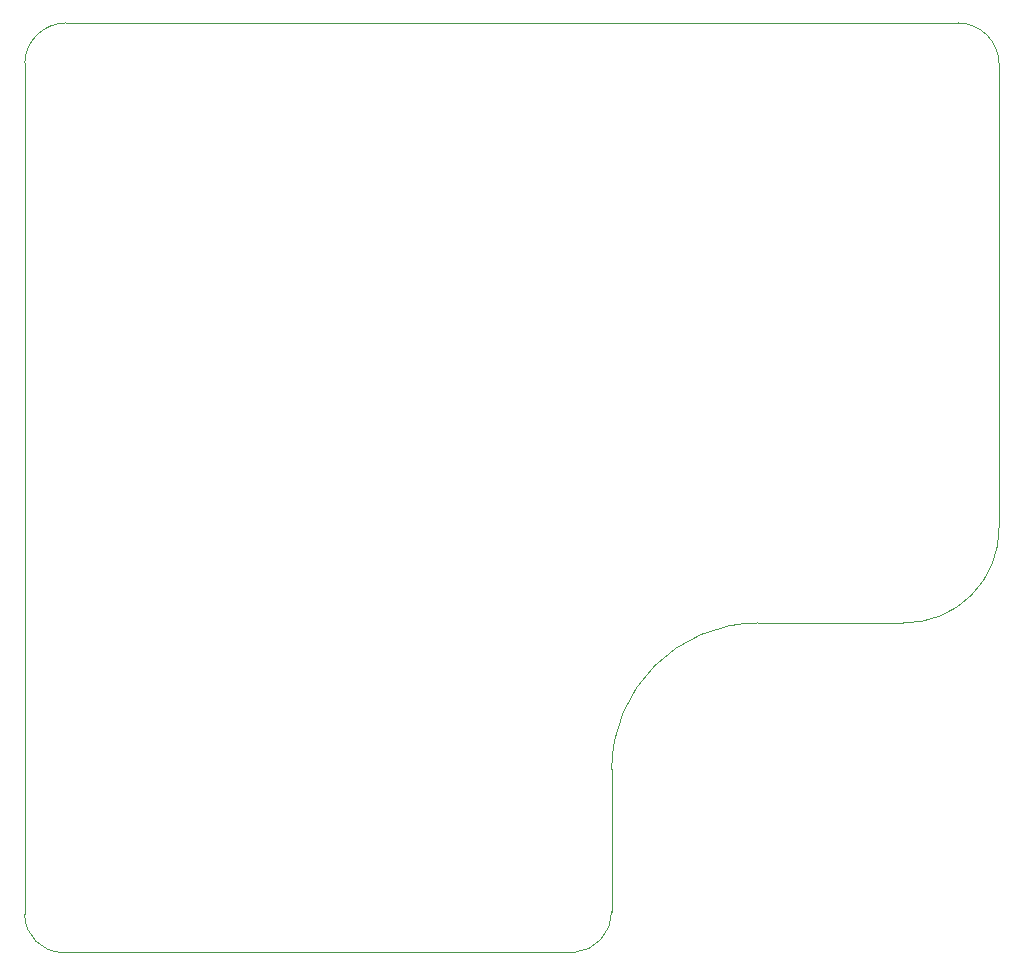
<source format=gbr>
G04 #@! TF.GenerationSoftware,KiCad,Pcbnew,5.1.5*
G04 #@! TF.CreationDate,2020-03-31T01:32:47+02:00*
G04 #@! TF.ProjectId,gameboy-dmg,67616d65-626f-4792-9d64-6d672e6b6963,rev?*
G04 #@! TF.SameCoordinates,Original*
G04 #@! TF.FileFunction,Profile,NP*
%FSLAX46Y46*%
G04 Gerber Fmt 4.6, Leading zero omitted, Abs format (unit mm)*
G04 Created by KiCad (PCBNEW 5.1.5) date 2020-03-31 01:32:47*
%MOMM*%
%LPD*%
G04 APERTURE LIST*
%ADD10C,0.050000*%
G04 APERTURE END LIST*
D10*
X79000000Y-77507615D02*
G75*
G02X82525475Y-74100000I3506976J-100759D01*
G01*
X158000000Y-74100000D02*
G75*
G02X161500000Y-77600000I0J-3500000D01*
G01*
X82225000Y-152800000D02*
G75*
G02X79000000Y-149575000I0J3225000D01*
G01*
X128700000Y-137300000D02*
X128700000Y-149350000D01*
X125536981Y-152800000D02*
X82225000Y-152800000D01*
X128700000Y-149350000D02*
G75*
G02X125536981Y-152800000I-3463019J0D01*
G01*
X79000000Y-77507615D02*
X79000000Y-149575000D01*
X158000000Y-74100000D02*
X82525475Y-74100000D01*
X141100000Y-124900000D02*
X153399970Y-124900000D01*
X161500000Y-116802438D02*
G75*
G02X153399970Y-124900000I-8000030J-97562D01*
G01*
X128700000Y-137300000D02*
G75*
G02X141100000Y-124900000I12400000J0D01*
G01*
X161500000Y-77600000D02*
X161500000Y-116800000D01*
M02*

</source>
